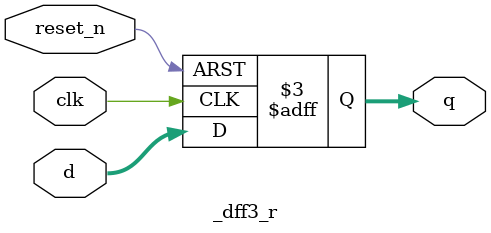
<source format=v>
module _dff3_r(q, clk, reset_n, d);
	input clk, reset_n; 	//clk, active-low reset
	input [2:0] d; 		//input d
	output [2:0] q; 		//output q
	
	reg [2:0] q;
	
	always @(posedge clk or negedge reset_n) 
	begin
		if (reset_n == 0) q <= 3'b000; //reset_n = 0, q = 0
		else q <= d;
	end
endmodule 
</source>
